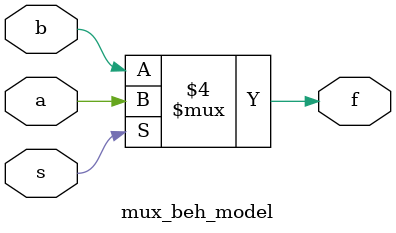
<source format=v>
module mux_beh_model(f,s,a,b);
    output f;
    input s,a,b;
    reg f;
    
    always @(s or a or b)
       if(s==1)
          f=a;
       else
          f=b;
endmodule
          
</source>
